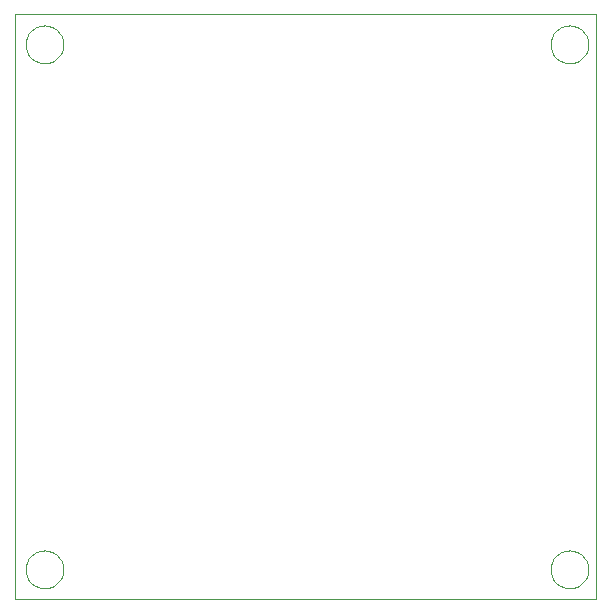
<source format=gbp>
G75*
%MOIN*%
%OFA0B0*%
%FSLAX24Y24*%
%IPPOS*%
%LPD*%
%AMOC8*
5,1,8,0,0,1.08239X$1,22.5*
%
%ADD10C,0.0000*%
D10*
X000220Y002000D02*
X000220Y021496D01*
X019590Y021496D01*
X019590Y002000D01*
X000220Y002000D01*
X000590Y003000D02*
X000592Y003050D01*
X000598Y003100D01*
X000608Y003149D01*
X000622Y003197D01*
X000639Y003244D01*
X000660Y003289D01*
X000685Y003333D01*
X000713Y003374D01*
X000745Y003413D01*
X000779Y003450D01*
X000816Y003484D01*
X000856Y003514D01*
X000898Y003541D01*
X000942Y003565D01*
X000988Y003586D01*
X001035Y003602D01*
X001083Y003615D01*
X001133Y003624D01*
X001182Y003629D01*
X001233Y003630D01*
X001283Y003627D01*
X001332Y003620D01*
X001381Y003609D01*
X001429Y003594D01*
X001475Y003576D01*
X001520Y003554D01*
X001563Y003528D01*
X001604Y003499D01*
X001643Y003467D01*
X001679Y003432D01*
X001711Y003394D01*
X001741Y003354D01*
X001768Y003311D01*
X001791Y003267D01*
X001810Y003221D01*
X001826Y003173D01*
X001838Y003124D01*
X001846Y003075D01*
X001850Y003025D01*
X001850Y002975D01*
X001846Y002925D01*
X001838Y002876D01*
X001826Y002827D01*
X001810Y002779D01*
X001791Y002733D01*
X001768Y002689D01*
X001741Y002646D01*
X001711Y002606D01*
X001679Y002568D01*
X001643Y002533D01*
X001604Y002501D01*
X001563Y002472D01*
X001520Y002446D01*
X001475Y002424D01*
X001429Y002406D01*
X001381Y002391D01*
X001332Y002380D01*
X001283Y002373D01*
X001233Y002370D01*
X001182Y002371D01*
X001133Y002376D01*
X001083Y002385D01*
X001035Y002398D01*
X000988Y002414D01*
X000942Y002435D01*
X000898Y002459D01*
X000856Y002486D01*
X000816Y002516D01*
X000779Y002550D01*
X000745Y002587D01*
X000713Y002626D01*
X000685Y002667D01*
X000660Y002711D01*
X000639Y002756D01*
X000622Y002803D01*
X000608Y002851D01*
X000598Y002900D01*
X000592Y002950D01*
X000590Y003000D01*
X000590Y020500D02*
X000592Y020550D01*
X000598Y020600D01*
X000608Y020649D01*
X000622Y020697D01*
X000639Y020744D01*
X000660Y020789D01*
X000685Y020833D01*
X000713Y020874D01*
X000745Y020913D01*
X000779Y020950D01*
X000816Y020984D01*
X000856Y021014D01*
X000898Y021041D01*
X000942Y021065D01*
X000988Y021086D01*
X001035Y021102D01*
X001083Y021115D01*
X001133Y021124D01*
X001182Y021129D01*
X001233Y021130D01*
X001283Y021127D01*
X001332Y021120D01*
X001381Y021109D01*
X001429Y021094D01*
X001475Y021076D01*
X001520Y021054D01*
X001563Y021028D01*
X001604Y020999D01*
X001643Y020967D01*
X001679Y020932D01*
X001711Y020894D01*
X001741Y020854D01*
X001768Y020811D01*
X001791Y020767D01*
X001810Y020721D01*
X001826Y020673D01*
X001838Y020624D01*
X001846Y020575D01*
X001850Y020525D01*
X001850Y020475D01*
X001846Y020425D01*
X001838Y020376D01*
X001826Y020327D01*
X001810Y020279D01*
X001791Y020233D01*
X001768Y020189D01*
X001741Y020146D01*
X001711Y020106D01*
X001679Y020068D01*
X001643Y020033D01*
X001604Y020001D01*
X001563Y019972D01*
X001520Y019946D01*
X001475Y019924D01*
X001429Y019906D01*
X001381Y019891D01*
X001332Y019880D01*
X001283Y019873D01*
X001233Y019870D01*
X001182Y019871D01*
X001133Y019876D01*
X001083Y019885D01*
X001035Y019898D01*
X000988Y019914D01*
X000942Y019935D01*
X000898Y019959D01*
X000856Y019986D01*
X000816Y020016D01*
X000779Y020050D01*
X000745Y020087D01*
X000713Y020126D01*
X000685Y020167D01*
X000660Y020211D01*
X000639Y020256D01*
X000622Y020303D01*
X000608Y020351D01*
X000598Y020400D01*
X000592Y020450D01*
X000590Y020500D01*
X018090Y020500D02*
X018092Y020550D01*
X018098Y020600D01*
X018108Y020649D01*
X018122Y020697D01*
X018139Y020744D01*
X018160Y020789D01*
X018185Y020833D01*
X018213Y020874D01*
X018245Y020913D01*
X018279Y020950D01*
X018316Y020984D01*
X018356Y021014D01*
X018398Y021041D01*
X018442Y021065D01*
X018488Y021086D01*
X018535Y021102D01*
X018583Y021115D01*
X018633Y021124D01*
X018682Y021129D01*
X018733Y021130D01*
X018783Y021127D01*
X018832Y021120D01*
X018881Y021109D01*
X018929Y021094D01*
X018975Y021076D01*
X019020Y021054D01*
X019063Y021028D01*
X019104Y020999D01*
X019143Y020967D01*
X019179Y020932D01*
X019211Y020894D01*
X019241Y020854D01*
X019268Y020811D01*
X019291Y020767D01*
X019310Y020721D01*
X019326Y020673D01*
X019338Y020624D01*
X019346Y020575D01*
X019350Y020525D01*
X019350Y020475D01*
X019346Y020425D01*
X019338Y020376D01*
X019326Y020327D01*
X019310Y020279D01*
X019291Y020233D01*
X019268Y020189D01*
X019241Y020146D01*
X019211Y020106D01*
X019179Y020068D01*
X019143Y020033D01*
X019104Y020001D01*
X019063Y019972D01*
X019020Y019946D01*
X018975Y019924D01*
X018929Y019906D01*
X018881Y019891D01*
X018832Y019880D01*
X018783Y019873D01*
X018733Y019870D01*
X018682Y019871D01*
X018633Y019876D01*
X018583Y019885D01*
X018535Y019898D01*
X018488Y019914D01*
X018442Y019935D01*
X018398Y019959D01*
X018356Y019986D01*
X018316Y020016D01*
X018279Y020050D01*
X018245Y020087D01*
X018213Y020126D01*
X018185Y020167D01*
X018160Y020211D01*
X018139Y020256D01*
X018122Y020303D01*
X018108Y020351D01*
X018098Y020400D01*
X018092Y020450D01*
X018090Y020500D01*
X018090Y003000D02*
X018092Y003050D01*
X018098Y003100D01*
X018108Y003149D01*
X018122Y003197D01*
X018139Y003244D01*
X018160Y003289D01*
X018185Y003333D01*
X018213Y003374D01*
X018245Y003413D01*
X018279Y003450D01*
X018316Y003484D01*
X018356Y003514D01*
X018398Y003541D01*
X018442Y003565D01*
X018488Y003586D01*
X018535Y003602D01*
X018583Y003615D01*
X018633Y003624D01*
X018682Y003629D01*
X018733Y003630D01*
X018783Y003627D01*
X018832Y003620D01*
X018881Y003609D01*
X018929Y003594D01*
X018975Y003576D01*
X019020Y003554D01*
X019063Y003528D01*
X019104Y003499D01*
X019143Y003467D01*
X019179Y003432D01*
X019211Y003394D01*
X019241Y003354D01*
X019268Y003311D01*
X019291Y003267D01*
X019310Y003221D01*
X019326Y003173D01*
X019338Y003124D01*
X019346Y003075D01*
X019350Y003025D01*
X019350Y002975D01*
X019346Y002925D01*
X019338Y002876D01*
X019326Y002827D01*
X019310Y002779D01*
X019291Y002733D01*
X019268Y002689D01*
X019241Y002646D01*
X019211Y002606D01*
X019179Y002568D01*
X019143Y002533D01*
X019104Y002501D01*
X019063Y002472D01*
X019020Y002446D01*
X018975Y002424D01*
X018929Y002406D01*
X018881Y002391D01*
X018832Y002380D01*
X018783Y002373D01*
X018733Y002370D01*
X018682Y002371D01*
X018633Y002376D01*
X018583Y002385D01*
X018535Y002398D01*
X018488Y002414D01*
X018442Y002435D01*
X018398Y002459D01*
X018356Y002486D01*
X018316Y002516D01*
X018279Y002550D01*
X018245Y002587D01*
X018213Y002626D01*
X018185Y002667D01*
X018160Y002711D01*
X018139Y002756D01*
X018122Y002803D01*
X018108Y002851D01*
X018098Y002900D01*
X018092Y002950D01*
X018090Y003000D01*
M02*

</source>
